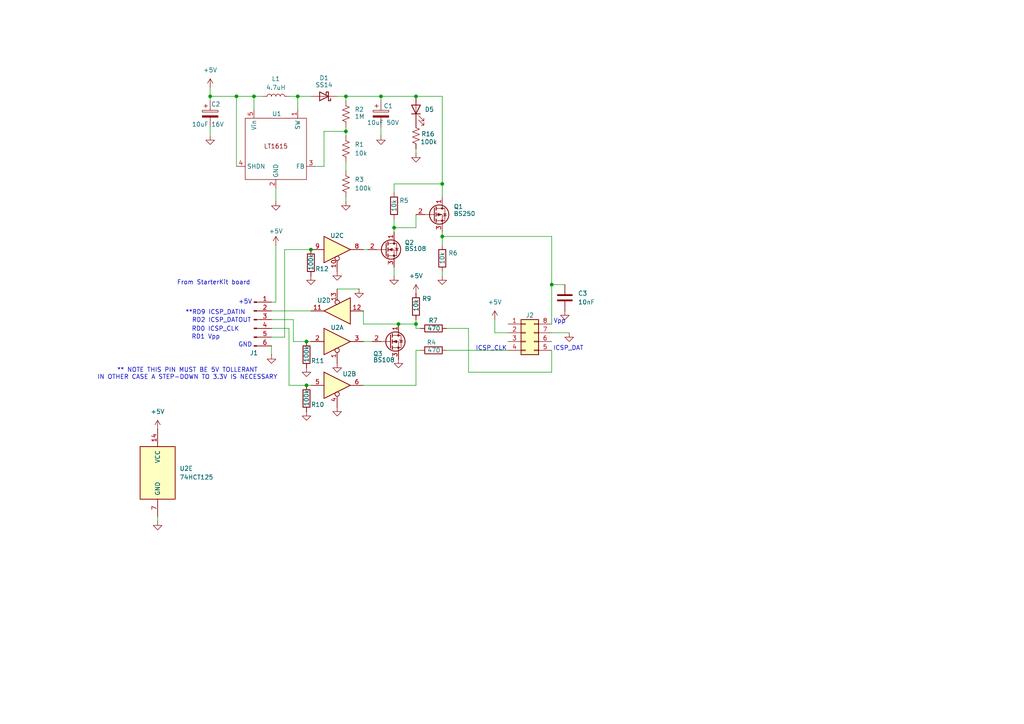
<source format=kicad_sch>
(kicad_sch (version 20231120) (generator "eeschema") (generator_version "8.0")
  (paper "A4")
  (lib_symbols
    (symbol "74xx:74AHCT125" (pin_names (offset 1.016))
      (property "Reference" "U" (at 0 1.27 0))
      (property "Value" "74AHCT125" (at 0 -1.27 0))
      (symbol "74AHCT125_1_0"
        (polyline (pts (xy -3.81 3.81) (xy -3.81 -3.81) (xy 3.81 0) (xy -3.81 3.81)) (stroke (width 0.254)) (fill (type background)))
        (pin input inverted (at 0 -6.35 90) (length 4.445) (name "~") (number "1"))
        (pin input line (at -7.62 0 0) (length 3.81) (name "~") (number "2"))
        (pin tri_state line (at 7.62 0 180) (length 3.81) (name "~") (number "3"))
      )
      (symbol "74AHCT125_2_0"
        (polyline (pts (xy -3.81 3.81) (xy -3.81 -3.81) (xy 3.81 0) (xy -3.81 3.81)) (stroke (width 0.254)) (fill (type background)))
        (pin input inverted (at 0 -6.35 90) (length 4.445) (name "~") (number "4"))
        (pin input line (at -7.62 0 0) (length 3.81) (name "~") (number "5"))
        (pin tri_state line (at 7.62 0 180) (length 3.81) (name "~") (number "6"))
      )
      (symbol "74AHCT125_3_0"
        (polyline (pts (xy -3.81 3.81) (xy -3.81 -3.81) (xy 3.81 0) (xy -3.81 3.81)) (stroke (width 0.254)) (fill (type background)))
        (pin input inverted (at 0 -6.35 90) (length 4.445) (name "~") (number "10"))
        (pin tri_state line (at 7.62 0 180) (length 3.81) (name "~") (number "8"))
        (pin input line (at -7.62 0 0) (length 3.81) (name "~") (number "9"))
      )
      (symbol "74AHCT125_4_0"
        (polyline (pts (xy -3.81 3.81) (xy -3.81 -3.81) (xy 3.81 0) (xy -3.81 3.81)) (stroke (width 0.254)) (fill (type background)))
        (pin tri_state line (at 7.62 0 180) (length 3.81) (name "~") (number "11"))
        (pin input line (at -7.62 0 0) (length 3.81) (name "~") (number "12"))
        (pin input inverted (at 0 -6.35 90) (length 4.445) (name "~") (number "13"))
      )
      (symbol "74AHCT125_5_0"
        (pin power_in line (at 0 12.7 270) (length 5.08) (name "VCC") (number "14"))
        (pin power_in line (at 0 -12.7 90) (length 5.08) (name "GND") (number "7"))
      )
      (symbol "74AHCT125_5_1"
        (rectangle (start -5.08 7.62) (end 5.08 -7.62) (stroke (width 0.254)) (fill (type background)))
      )
    )
    (symbol "Connector:Conn_01x06_Pin" (pin_names (offset 1.016) hide)
      (property "Reference" "J" (at 0 7.62 0))
      (property "Value" "Conn_01x06_Pin" (at 0 -10.16 0))
      (symbol "Conn_01x06_Pin_1_1"
        (polyline (pts (xy 1.27 -7.62) (xy 0.8636 -7.62)) (stroke (width 0.1524)))
        (polyline (pts (xy 1.27 -5.08) (xy 0.8636 -5.08)) (stroke (width 0.1524)))
        (polyline (pts (xy 1.27 -2.54) (xy 0.8636 -2.54)) (stroke (width 0.1524)))
        (polyline (pts (xy 1.27 0) (xy 0.8636 0)) (stroke (width 0.1524)))
        (polyline (pts (xy 1.27 2.54) (xy 0.8636 2.54)) (stroke (width 0.1524)))
        (polyline (pts (xy 1.27 5.08) (xy 0.8636 5.08)) (stroke (width 0.1524)))
        (rectangle (start 0.8636 -7.493) (end 0 -7.747) (stroke (width 0.1524)) (fill (type outline)))
        (rectangle (start 0.8636 -4.953) (end 0 -5.207) (stroke (width 0.1524)) (fill (type outline)))
        (rectangle (start 0.8636 -2.413) (end 0 -2.667) (stroke (width 0.1524)) (fill (type outline)))
        (rectangle (start 0.8636 0.127) (end 0 -0.127) (stroke (width 0.1524)) (fill (type outline)))
        (rectangle (start 0.8636 2.667) (end 0 2.413) (stroke (width 0.1524)) (fill (type outline)))
        (rectangle (start 0.8636 5.207) (end 0 4.953) (stroke (width 0.1524)) (fill (type outline)))
        (pin passive line (at 5.08 5.08 180) (length 3.81) (name "Pin_1") (number "1"))
        (pin passive line (at 5.08 2.54 180) (length 3.81) (name "Pin_2") (number "2"))
        (pin passive line (at 5.08 0 180) (length 3.81) (name "Pin_3") (number "3"))
        (pin passive line (at 5.08 -2.54 180) (length 3.81) (name "Pin_4") (number "4"))
        (pin passive line (at 5.08 -5.08 180) (length 3.81) (name "Pin_5") (number "5"))
        (pin passive line (at 5.08 -7.62 180) (length 3.81) (name "Pin_6") (number "6"))
      )
    )
    (symbol "Connector_Generic:Conn_02x04_Counter_Clockwise" (pin_names (offset 1.016) hide)
      (property "Reference" "J" (at 1.27 5.08 0))
      (property "Value" "Conn_02x04_Counter_Clockwise" (at 1.27 -7.62 0))
      (symbol "Conn_02x04_Counter_Clockwise_1_1"
        (rectangle (start -1.27 -4.953) (end 0 -5.207) (stroke (width 0.1524)))
        (rectangle (start -1.27 -2.413) (end 0 -2.667) (stroke (width 0.1524)))
        (rectangle (start -1.27 0.127) (end 0 -0.127) (stroke (width 0.1524)))
        (rectangle (start -1.27 2.667) (end 0 2.413) (stroke (width 0.1524)))
        (rectangle (start -1.27 3.81) (end 3.81 -6.35) (stroke (width 0.254)) (fill (type background)))
        (rectangle (start 3.81 -4.953) (end 2.54 -5.207) (stroke (width 0.1524)))
        (rectangle (start 3.81 -2.413) (end 2.54 -2.667) (stroke (width 0.1524)))
        (rectangle (start 3.81 0.127) (end 2.54 -0.127) (stroke (width 0.1524)))
        (rectangle (start 3.81 2.667) (end 2.54 2.413) (stroke (width 0.1524)))
        (pin passive line (at -5.08 2.54 0) (length 3.81) (name "Pin_1") (number "1"))
        (pin passive line (at -5.08 0 0) (length 3.81) (name "Pin_2") (number "2"))
        (pin passive line (at -5.08 -2.54 0) (length 3.81) (name "Pin_3") (number "3"))
        (pin passive line (at -5.08 -5.08 0) (length 3.81) (name "Pin_4") (number "4"))
        (pin passive line (at 7.62 -5.08 180) (length 3.81) (name "Pin_5") (number "5"))
        (pin passive line (at 7.62 -2.54 180) (length 3.81) (name "Pin_6") (number "6"))
        (pin passive line (at 7.62 0 180) (length 3.81) (name "Pin_7") (number "7"))
        (pin passive line (at 7.62 2.54 180) (length 3.81) (name "Pin_8") (number "8"))
      )
    )
    (symbol "Device:C" (pin_numbers hide) (pin_names (offset 0.254))
      (property "Reference" "C" (at 0.635 2.54 0))
      (property "Value" "C" (at 0.635 -2.54 0))
      (symbol "C_0_1"
        (polyline (pts (xy -2.032 -0.762) (xy 2.032 -0.762)) (stroke (width 0.508)))
        (polyline (pts (xy -2.032 0.762) (xy 2.032 0.762)) (stroke (width 0.508)))
      )
      (symbol "C_1_1"
        (pin passive line (at 0 3.81 270) (length 2.794) (name "~") (number "1"))
        (pin passive line (at 0 -3.81 90) (length 2.794) (name "~") (number "2"))
      )
    )
    (symbol "Device:C_Polarized" (pin_numbers hide) (pin_names (offset 0.254))
      (property "Reference" "C" (at 0.635 2.54 0))
      (property "Value" "C_Polarized" (at 0.635 -2.54 0))
      (symbol "C_Polarized_0_1"
        (rectangle (start -2.286 0.508) (end 2.286 1.016))
        (polyline (pts (xy -1.778 2.286) (xy -0.762 2.286)))
        (polyline (pts (xy -1.27 2.794) (xy -1.27 1.778)))
        (rectangle (start 2.286 -0.508) (end -2.286 -1.016) (fill (type outline)))
      )
      (symbol "C_Polarized_1_1"
        (pin passive line (at 0 3.81 270) (length 2.794) (name "~") (number "1"))
        (pin passive line (at 0 -3.81 90) (length 2.794) (name "~") (number "2"))
      )
    )
    (symbol "Device:L" (pin_numbers hide) (pin_names (offset 1.016) hide)
      (property "Reference" "L" (at -1.27 0 90))
      (property "Value" "L" (at 1.905 0 90))
      (symbol "L_0_1"
        (arc (start 0 -2.54) (mid 0.6323 -1.905) (end 0 -1.27))
        (arc (start 0 -1.27) (mid 0.6323 -0.635) (end 0 0))
        (arc (start 0 0) (mid 0.6323 0.635) (end 0 1.27))
        (arc (start 0 1.27) (mid 0.6323 1.905) (end 0 2.54))
      )
      (symbol "L_1_1"
        (pin passive line (at 0 3.81 270) (length 1.27) (name "1") (number "1"))
        (pin passive line (at 0 -3.81 90) (length 1.27) (name "2") (number "2"))
      )
    )
    (symbol "Device:LED" (pin_numbers hide) (pin_names (offset 1.016) hide)
      (property "Reference" "D" (at 0 2.54 0))
      (property "Value" "LED" (at 0 -2.54 0))
      (symbol "LED_0_1"
        (polyline (pts (xy -1.27 -1.27) (xy -1.27 1.27)) (stroke (width 0.254)))
        (polyline (pts (xy -1.27 0) (xy 1.27 0)))
        (polyline (pts (xy 1.27 -1.27) (xy 1.27 1.27) (xy -1.27 0) (xy 1.27 -1.27)) (stroke (width 0.254)))
        (polyline (pts (xy -3.048 -0.762) (xy -4.572 -2.286) (xy -3.81 -2.286) (xy -4.572 -2.286) (xy -4.572 -1.524)))
        (polyline (pts (xy -1.778 -0.762) (xy -3.302 -2.286) (xy -2.54 -2.286) (xy -3.302 -2.286) (xy -3.302 -1.524)))
      )
      (symbol "LED_1_1"
        (pin passive line (at -3.81 0 0) (length 2.54) (name "K") (number "1"))
        (pin passive line (at 3.81 0 180) (length 2.54) (name "A") (number "2"))
      )
    )
    (symbol "Device:R" (pin_numbers hide) (pin_names (offset 0))
      (property "Reference" "R" (at 2.032 0 90))
      (property "Value" "R" (at 0 0 90))
      (symbol "R_0_1"
        (rectangle (start -1.016 -2.54) (end 1.016 2.54) (stroke (width 0.254)))
      )
      (symbol "R_1_1"
        (pin passive line (at 0 3.81 270) (length 1.27) (name "~") (number "1"))
        (pin passive line (at 0 -3.81 90) (length 1.27) (name "~") (number "2"))
      )
    )
    (symbol "Device:R_US" (pin_numbers hide) (pin_names (offset 0))
      (property "Reference" "R" (at 2.54 0 90))
      (property "Value" "R_US" (at -2.54 0 90))
      (symbol "R_US_0_1"
        (polyline (pts (xy 0 -2.286) (xy 0 -2.54)))
        (polyline (pts (xy 0 2.286) (xy 0 2.54)))
        (polyline (pts (xy 0 -0.762) (xy 1.016 -1.143) (xy 0 -1.524) (xy -1.016 -1.905) (xy 0 -2.286)))
        (polyline (pts (xy 0 0.762) (xy 1.016 0.381) (xy 0 0) (xy -1.016 -0.381) (xy 0 -0.762)))
        (polyline (pts (xy 0 2.286) (xy 1.016 1.905) (xy 0 1.524) (xy -1.016 1.143) (xy 0 0.762)))
      )
      (symbol "R_US_1_1"
        (pin passive line (at 0 3.81 270) (length 1.27) (name "~") (number "1"))
        (pin passive line (at 0 -3.81 90) (length 1.27) (name "~") (number "2"))
      )
    )
    (symbol "Diode:MBR0520" (pin_numbers hide) (pin_names (offset 1.016) hide)
      (property "Reference" "D" (at 0 2.54 0))
      (property "Value" "MBR0520" (at 0 -2.54 0))
      (symbol "MBR0520_0_1"
        (polyline (pts (xy 1.27 0) (xy -1.27 0)))
        (polyline (pts (xy 1.27 1.27) (xy 1.27 -1.27) (xy -1.27 0) (xy 1.27 1.27)) (stroke (width 0.254)))
        (polyline (pts (xy -1.905 0.635) (xy -1.905 1.27) (xy -1.27 1.27) (xy -1.27 -1.27) (xy -0.635 -1.27) (xy -0.635 -0.635)) (stroke (width 0.254)))
      )
      (symbol "MBR0520_1_1"
        (pin passive line (at -3.81 0 0) (length 2.54) (name "K") (number "1"))
        (pin passive line (at 3.81 0 180) (length 2.54) (name "A") (number "2"))
      )
    )
    (symbol "Lib:LM1615ES5"
      (property "Reference" "U" (at 9.906 6.604 0))
      (symbol "LM1615ES5_0_1"
        (rectangle (start -8.89 8.89) (end 8.89 -8.89))
      )
      (symbol "LM1615ES5_1_1"
        (text "LT1615" (at 0 0.762 0) (effects (font (size 1.27 1.27))))
        (pin power_out line (at 6.35 11.43 270) (length 2.54) (name "SW") (number "1"))
        (pin power_in line (at 0 -11.43 90) (length 2.54) (name "GND") (number "2"))
        (pin input line (at 11.43 -5.08 180) (length 2.54) (name "FB") (number "3"))
        (pin input line (at -11.43 -5.08 0) (length 2.54) (name "SHDN") (number "4"))
        (pin power_in line (at -6.35 11.43 270) (length 2.54) (name "Vin") (number "5"))
      )
    )
    (symbol "Transistor_FET:BS108" (pin_names hide)
      (property "Reference" "Q" (at 5.08 1.905 0))
      (property "Value" "BS108" (at 5.08 0 0))
      (symbol "BS108_0_1"
        (polyline (pts (xy 0.254 0) (xy -2.54 0)))
        (polyline (pts (xy 0.254 1.905) (xy 0.254 -1.905)) (stroke (width 0.254)))
        (polyline (pts (xy 0.762 -1.27) (xy 0.762 -2.286)) (stroke (width 0.254)))
        (polyline (pts (xy 0.762 0.508) (xy 0.762 -0.508)) (stroke (width 0.254)))
        (polyline (pts (xy 0.762 2.286) (xy 0.762 1.27)) (stroke (width 0.254)))
        (polyline (pts (xy 2.54 2.54) (xy 2.54 1.778)))
        (polyline (pts (xy 2.54 -2.54) (xy 2.54 0) (xy 0.762 0)))
        (polyline (pts (xy 0.762 -1.778) (xy 3.302 -1.778) (xy 3.302 1.778) (xy 0.762 1.778)))
        (polyline (pts (xy 1.016 0) (xy 2.032 0.381) (xy 2.032 -0.381) (xy 1.016 0)) (fill (type outline)))
        (polyline (pts (xy 2.794 0.508) (xy 2.921 0.381) (xy 3.683 0.381) (xy 3.81 0.254)))
        (polyline (pts (xy 3.302 0.381) (xy 2.921 -0.254) (xy 3.683 -0.254) (xy 3.302 0.381)))
        (circle (center 1.651 0) (radius 2.794) (stroke (width 0.254)))
        (circle (center 2.54 -1.778) (radius 0.254) (fill (type outline)))
        (circle (center 2.54 1.778) (radius 0.254) (fill (type outline)))
      )
      (symbol "BS108_1_1"
        (pin passive line (at 2.54 5.08 270) (length 2.54) (name "D") (number "1"))
        (pin input line (at -5.08 0 0) (length 2.54) (name "G") (number "2"))
        (pin passive line (at 2.54 -5.08 90) (length 2.54) (name "S") (number "3"))
      )
    )
    (symbol "Transistor_FET:BS250" (pin_names hide)
      (property "Reference" "Q" (at 5.08 1.905 0))
      (property "Value" "BS250" (at 5.08 0 0))
      (symbol "BS250_0_1"
        (polyline (pts (xy 0.254 0) (xy -2.54 0)))
        (polyline (pts (xy 0.254 1.905) (xy 0.254 -1.905)) (stroke (width 0.254)))
        (polyline (pts (xy 0.762 -1.27) (xy 0.762 -2.286)) (stroke (width 0.254)))
        (polyline (pts (xy 0.762 0.508) (xy 0.762 -0.508)) (stroke (width 0.254)))
        (polyline (pts (xy 0.762 2.286) (xy 0.762 1.27)) (stroke (width 0.254)))
        (polyline (pts (xy 2.54 2.54) (xy 2.54 1.778)))
        (polyline (pts (xy 2.54 -2.54) (xy 2.54 0) (xy 0.762 0)))
        (polyline (pts (xy 0.762 1.778) (xy 3.302 1.778) (xy 3.302 -1.778) (xy 0.762 -1.778)))
        (polyline (pts (xy 2.286 0) (xy 1.27 0.381) (xy 1.27 -0.381) (xy 2.286 0)) (fill (type outline)))
        (polyline (pts (xy 2.794 -0.508) (xy 2.921 -0.381) (xy 3.683 -0.381) (xy 3.81 -0.254)))
        (polyline (pts (xy 3.302 -0.381) (xy 2.921 0.254) (xy 3.683 0.254) (xy 3.302 -0.381)))
        (circle (center 1.651 0) (radius 2.794) (stroke (width 0.254)))
        (circle (center 2.54 -1.778) (radius 0.254) (fill (type outline)))
        (circle (center 2.54 1.778) (radius 0.254) (fill (type outline)))
      )
      (symbol "BS250_1_1"
        (pin passive line (at 2.54 5.08 270) (length 2.54) (name "D") (number "1"))
        (pin input line (at -5.08 0 0) (length 2.54) (name "G") (number "2"))
        (pin passive line (at 2.54 -5.08 90) (length 2.54) (name "S") (number "3"))
      )
    )
    (symbol "power:+5V" (power) (pin_numbers hide) (pin_names (offset 0) hide)
      (property "Value" "+5V" (at 0 3.556 0))
      (symbol "+5V_0_1"
        (polyline (pts (xy -0.762 1.27) (xy 0 2.54)))
        (polyline (pts (xy 0 0) (xy 0 2.54)))
        (polyline (pts (xy 0 2.54) (xy 0.762 1.27)))
      )
      (symbol "+5V_1_1"
        (pin power_in line (at 0 0 90) (length 0) (name "~") (number "1"))
      )
    )
    (symbol "power:GND" (power) (pin_numbers hide) (pin_names (offset 0) hide)
      (property "Value" "GND" (at 0 -3.81 0))
      (symbol "GND_0_1"
        (polyline (pts (xy 0 0) (xy 0 -1.27) (xy 1.27 -1.27) (xy 0 -2.54) (xy -1.27 -1.27) (xy 0 -1.27)))
      )
      (symbol "GND_1_1"
        (pin power_in line (at 0 0 270) (length 0) (name "~") (number "1"))
      )
    )
  )
  (junction (at 60.96 27.94))
  (junction (at 114.3 66.04))
  (junction (at 128.27 53.34))
  (junction (at 120.65 93.98))
  (junction (at 100.33 38.1))
  (junction (at 88.9 111.76))
  (junction (at 88.9 99.06))
  (junction (at 73.66 27.94))
  (junction (at 68.58 27.94))
  (junction (at 128.27 68.58))
  (junction (at 120.65 27.94))
  (junction (at 100.33 27.94))
  (junction (at 160.02 82.55))
  (junction (at 110.49 27.94))
  (junction (at 86.36 27.94))
  (junction (at 90.17 72.39))
  (junction (at 115.57 93.98))
  (wire (pts (xy 163.83 82.55) (xy 160.02 82.55)))
  (wire (pts (xy 100.33 57.15) (xy 100.33 58.42)))
  (wire (pts (xy 114.3 53.34) (xy 128.27 53.34)))
  (wire (pts (xy 160.02 107.95) (xy 160.02 101.6)))
  (wire (pts (xy 120.65 95.25) (xy 120.65 93.98)))
  (wire (pts (xy 80.01 54.61) (xy 80.01 58.42)))
  (wire (pts (xy 129.54 101.6) (xy 147.32 101.6)))
  (wire (pts (xy 93.98 38.1) (xy 93.98 48.26)))
  (wire (pts (xy 100.33 27.94) (xy 110.49 27.94)))
  (wire (pts (xy 97.79 27.94) (xy 100.33 27.94)))
  (wire (pts (xy 120.65 111.76) (xy 120.65 101.6)))
  (wire (pts (xy 105.41 72.39) (xy 106.68 72.39)))
  (wire (pts (xy 135.89 95.25) (xy 135.89 107.95)))
  (wire (pts (xy 83.82 111.76) (xy 88.9 111.76)))
  (wire (pts (xy 128.27 27.94) (xy 128.27 53.34)))
  (wire (pts (xy 105.41 90.17) (xy 105.41 93.98)))
  (wire (pts (xy 135.89 107.95) (xy 160.02 107.95)))
  (wire (pts (xy 120.65 101.6) (xy 121.92 101.6)))
  (wire (pts (xy 114.3 55.88) (xy 114.3 53.34)))
  (wire (pts (xy 82.55 97.79) (xy 82.55 72.39)))
  (wire (pts (xy 128.27 53.34) (xy 128.27 57.15)))
  (wire (pts (xy 120.65 43.18) (xy 120.65 44.45)))
  (wire (pts (xy 83.82 95.25) (xy 83.82 111.76)))
  (wire (pts (xy 128.27 68.58) (xy 160.02 68.58)))
  (wire (pts (xy 88.9 99.06) (xy 90.17 99.06)))
  (wire (pts (xy 78.74 87.63) (xy 80.01 87.63)))
  (wire (pts (xy 86.36 31.75) (xy 86.36 27.94)))
  (wire (pts (xy 93.98 38.1) (xy 100.33 38.1)))
  (wire (pts (xy 60.96 25.4) (xy 60.96 27.94)))
  (wire (pts (xy 120.65 66.04) (xy 114.3 66.04)))
  (wire (pts (xy 73.66 31.75) (xy 73.66 27.94)))
  (wire (pts (xy 165.1 96.52) (xy 160.02 96.52)))
  (wire (pts (xy 114.3 77.47) (xy 114.3 80.01)))
  (wire (pts (xy 105.41 111.76) (xy 120.65 111.76)))
  (wire (pts (xy 100.33 38.1) (xy 100.33 39.37)))
  (wire (pts (xy 93.98 48.26) (xy 91.44 48.26)))
  (wire (pts (xy 100.33 46.99) (xy 100.33 49.53)))
  (wire (pts (xy 100.33 29.21) (xy 100.33 27.94)))
  (wire (pts (xy 105.41 99.06) (xy 107.95 99.06)))
  (wire (pts (xy 68.58 27.94) (xy 73.66 27.94)))
  (wire (pts (xy 160.02 82.55) (xy 160.02 93.98)))
  (wire (pts (xy 110.49 29.21) (xy 110.49 27.94)))
  (wire (pts (xy 88.9 111.76) (xy 90.17 111.76)))
  (wire (pts (xy 60.96 29.21) (xy 60.96 27.94)))
  (wire (pts (xy 143.51 92.71) (xy 143.51 96.52)))
  (wire (pts (xy 68.58 27.94) (xy 68.58 48.26)))
  (wire (pts (xy 78.74 97.79) (xy 82.55 97.79)))
  (wire (pts (xy 128.27 78.74) (xy 128.27 80.01)))
  (wire (pts (xy 120.65 62.23) (xy 120.65 66.04)))
  (wire (pts (xy 114.3 66.04) (xy 114.3 67.31)))
  (wire (pts (xy 114.3 63.5) (xy 114.3 66.04)))
  (wire (pts (xy 86.36 27.94) (xy 83.82 27.94)))
  (wire (pts (xy 90.17 27.94) (xy 86.36 27.94)))
  (wire (pts (xy 78.74 92.71) (xy 85.09 92.71)))
  (wire (pts (xy 60.96 27.94) (xy 68.58 27.94)))
  (wire (pts (xy 78.74 100.33) (xy 78.74 102.87)))
  (wire (pts (xy 105.41 93.98) (xy 115.57 93.98)))
  (wire (pts (xy 120.65 95.25) (xy 121.92 95.25)))
  (wire (pts (xy 128.27 68.58) (xy 128.27 71.12)))
  (wire (pts (xy 97.79 83.82) (xy 104.14 83.82)))
  (wire (pts (xy 73.66 27.94) (xy 76.2 27.94)))
  (wire (pts (xy 45.72 149.86) (xy 45.72 151.13)))
  (wire (pts (xy 100.33 38.1) (xy 100.33 36.83)))
  (wire (pts (xy 120.65 93.98) (xy 115.57 93.98)))
  (wire (pts (xy 160.02 68.58) (xy 160.02 82.55)))
  (wire (pts (xy 129.54 95.25) (xy 135.89 95.25)))
  (wire (pts (xy 110.49 39.37) (xy 110.49 36.83)))
  (wire (pts (xy 60.96 39.37) (xy 60.96 36.83)))
  (wire (pts (xy 78.74 95.25) (xy 83.82 95.25)))
  (wire (pts (xy 78.74 90.17) (xy 90.17 90.17)))
  (wire (pts (xy 82.55 72.39) (xy 90.17 72.39)))
  (wire (pts (xy 120.65 27.94) (xy 128.27 27.94)))
  (wire (pts (xy 80.01 87.63) (xy 80.01 71.12)))
  (wire (pts (xy 85.09 99.06) (xy 88.9 99.06)))
  (wire (pts (xy 128.27 67.31) (xy 128.27 68.58)))
  (wire (pts (xy 143.51 96.52) (xy 147.32 96.52)))
  (wire (pts (xy 85.09 92.71) (xy 85.09 99.06)))
  (wire (pts (xy 120.65 92.71) (xy 120.65 93.98)))
  (wire (pts (xy 110.49 27.94) (xy 120.65 27.94)))
  (text "RD2 ICSP_DATOUT" (at 64.262 92.964 0) (effects (font (size 1.27 1.27))))
  (text "+5V" (at 71.12 87.63 0) (effects (font (size 1.27 1.27))))
  (text "RD0 ICSP_CLK" (at 62.484 95.504 0) (effects (font (size 1.27 1.27))))
  (text "RD1 Vpp" (at 59.69 97.79 0) (effects (font (size 1.27 1.27))))
  (text "From StarterKit board" (at 61.976 82.042 0) (effects (font (size 1.27 1.27))))
  (text "ICSP_CLK" (at 142.494 101.092 0) (effects (font (size 1.27 1.27))))
  (text "**RD9 ICSP_DATIN" (at 62.484 90.678 0) (effects (font (size 1.27 1.27))))
  (text "** NOTE THIS PIN MUST BE 5V TOLLERANT\nIN OTHER CASE A STEP-DOWN TO 3.3V IS NECESSARY\n" (at 54.356 108.458 0) (effects (font (size 1.27 1.27))))
  (text "ICSP_DAT" (at 164.846 101.092 0) (effects (font (size 1.27 1.27))))
  (text "Vpp" (at 162.306 93.218 0) (effects (font (size 1.27 1.27))))
  (text "GND" (at 71.12 100.076 0) (effects (font (size 1.27 1.27))))
  (symbol (lib_id "Device:C") (at 163.83 86.36 0) (unit 1)
    (property "Reference" "C3" (at 167.64 85.0899 0) (effects (justify left)))
    (property "Value" "10nF" (at 167.64 87.6299 0) (effects (justify left)))
    (property "Footprint" "Capacitor_SMD:C_0805_2012Metric_Pad1.18x1.45mm_HandSolder" (effects (hide yes)))
    (property "Description" "Unpolarized capacitor" (effects (hide yes)))
  )
  (symbol (lib_id "Device:R") (at 88.9 102.87 0) (unit 1)
    (property "Reference" "R11" (at 90.17 104.648 0) (effects (justify left)))
    (property "Value" "100k" (at 88.9 105.156 90) (effects (justify left)))
    (property "Footprint" "Resistor_SMD:R_0805_2012Metric_Pad1.20x1.40mm_HandSolder" (effects (hide yes)))
    (property "Description" "Resistor" (effects (hide yes)))
  )
  (symbol (lib_id "Device:R") (at 114.3 59.69 0) (unit 1)
    (property "Reference" "R5" (at 115.824 58.166 0) (effects (justify left)))
    (property "Value" "10k" (at 114.3 61.468 90) (effects (justify left)))
    (property "Footprint" "Resistor_SMD:R_0805_2012Metric_Pad1.20x1.40mm_HandSolder" (effects (hide yes)))
    (property "Description" "Resistor" (effects (hide yes)))
  )
  (symbol (lib_id "power:+5V") (at 143.51 92.71 0) (mirror y) (unit 1)
    (property "Reference" "#PWR020" (effects (hide yes)))
    (property "Value" "+5V" (at 143.51 87.63 0))
    (property "Description" "Power symbol creates a global label with name \"+5V\"" (effects (hide yes)))
  )
  (symbol (lib_id "power:GND") (at 104.14 83.82 0) (unit 1)
    (property "Reference" "#PWR023" (effects (hide yes)))
    (property "Value" "GND" (effects (hide yes)))
    (property "Description" "Power symbol creates a global label with name \"GND\" , ground" (effects (hide yes)))
  )
  (symbol (lib_id "Device:R") (at 120.65 88.9 0) (unit 1)
    (property "Reference" "R9" (at 122.428 86.614 0) (effects (justify left)))
    (property "Value" "10k" (at 120.65 90.424 90) (effects (justify left)))
    (property "Footprint" "Resistor_SMD:R_0805_2012Metric_Pad1.20x1.40mm_HandSolder" (effects (hide yes)))
    (property "Description" "Resistor" (effects (hide yes)))
  )
  (symbol (lib_id "Device:L") (at 80.01 27.94 90) (unit 1)
    (property "Reference" "L1" (at 80.01 22.86 90))
    (property "Value" "4.7uH" (at 80.01 25.4 90))
    (property "Footprint" "Inductor_SMD:L_Bourns-SRU8028_8.0x8.0mm" (effects (hide yes)))
    (property "Description" "Inductor" (effects (hide yes)))
  )
  (symbol (lib_id "74xx:74AHCT125") (at 97.79 90.17 180) (unit 4)
    (property "Reference" "U2" (at 93.98 87.122 0))
    (property "Value" "74HCT125" (effects (hide yes)))
    (property "Footprint" "Package_SO:SOIC-14_3.9x8.7mm_P1.27mm" (effects (hide yes)))
    (property "Datasheet" "https://www.ti.com/lit/ds/symlink/sn74ahct125.pdf" (effects (hide yes)))
    (property "Description" "Quadruple Bus Buffer Gates With 3-State Outputs" (effects (hide yes)))
  )
  (symbol (lib_id "Device:C_Polarized") (at 60.96 33.02 0) (unit 1)
    (property "Reference" "C2" (at 61.214 30.226 0) (effects (justify left)))
    (property "Value" "10uF 16V" (at 55.626 36.068 0) (effects (justify left)))
    (property "Footprint" "Capacitor_SMD:CP_Elec_5x5.4" (effects (hide yes)))
    (property "Description" "Polarized capacitor" (effects (hide yes)))
  )
  (symbol (lib_id "power:GND") (at 100.33 58.42 0) (unit 1)
    (property "Reference" "#PWR09" (effects (hide yes)))
    (property "Value" "GND" (effects (hide yes)))
    (property "Description" "Power symbol creates a global label with name \"GND\" , ground" (effects (hide yes)))
  )
  (symbol (lib_id "Device:R_US") (at 100.33 43.18 0) (unit 1)
    (property "Reference" "R1" (at 102.87 41.9099 0) (effects (justify left)))
    (property "Value" "10k" (at 102.87 44.4499 0) (effects (justify left)))
    (property "Footprint" "Resistor_SMD:R_0805_2012Metric_Pad1.20x1.40mm_HandSolder" (effects (hide yes)))
    (property "Description" "Resistor, US symbol" (effects (hide yes)))
  )
  (symbol (lib_id "power:+5V") (at 80.01 71.12 0) (mirror y) (unit 1)
    (property "Reference" "#PWR07" (effects (hide yes)))
    (property "Value" "+5V" (at 80.01 67.056 0))
    (property "Description" "Power symbol creates a global label with name \"+5V\"" (effects (hide yes)))
  )
  (symbol (lib_id "power:GND") (at 110.49 39.37 0) (unit 1)
    (property "Reference" "#PWR012" (effects (hide yes)))
    (property "Value" "GND" (effects (hide yes)))
    (property "Description" "Power symbol creates a global label with name \"GND\" , ground" (effects (hide yes)))
  )
  (symbol (lib_id "power:GND") (at 88.9 106.68 0) (unit 1)
    (property "Reference" "#PWR015" (effects (hide yes)))
    (property "Value" "GND" (effects (hide yes)))
    (property "Description" "Power symbol creates a global label with name \"GND\" , ground" (effects (hide yes)))
  )
  (symbol (lib_id "power:GND") (at 114.3 80.01 0) (unit 1)
    (property "Reference" "#PWR04" (effects (hide yes)))
    (property "Value" "GND" (effects (hide yes)))
    (property "Description" "Power symbol creates a global label with name \"GND\" , ground" (effects (hide yes)))
  )
  (symbol (lib_id "74xx:74AHCT125") (at 45.72 137.16 0) (unit 5)
    (property "Reference" "U2" (at 52.07 135.8899 0) (effects (justify left)))
    (property "Value" "74HCT125" (at 52.07 138.4299 0) (effects (justify left)))
    (property "Footprint" "Package_SO:SOIC-14_3.9x8.7mm_P1.27mm" (effects (hide yes)))
    (property "Datasheet" "https://www.ti.com/lit/ds/symlink/sn74ahct125.pdf" (effects (hide yes)))
    (property "Description" "Quadruple Bus Buffer Gates With 3-State Outputs" (effects (hide yes)))
  )
  (symbol (lib_id "power:GND") (at 88.9 119.38 0) (unit 1)
    (property "Reference" "#PWR014" (effects (hide yes)))
    (property "Value" "GND" (effects (hide yes)))
    (property "Description" "Power symbol creates a global label with name \"GND\" , ground" (effects (hide yes)))
  )
  (symbol (lib_id "power:GND") (at 120.65 44.45 0) (unit 1)
    (property "Reference" "#PWR021" (effects (hide yes)))
    (property "Value" "GND" (effects (hide yes)))
    (property "Description" "Power symbol creates a global label with name \"GND\" , ground" (effects (hide yes)))
  )
  (symbol (lib_id "74xx:74AHCT125") (at 97.79 72.39 0) (unit 3)
    (property "Reference" "U2" (at 97.79 68.326 0))
    (property "Value" "74HCT125" (effects (hide yes)))
    (property "Footprint" "Package_SO:SOIC-14_3.9x8.7mm_P1.27mm" (effects (hide yes)))
    (property "Datasheet" "https://www.ti.com/lit/ds/symlink/sn74ahct125.pdf" (effects (hide yes)))
    (property "Description" "Quadruple Bus Buffer Gates With 3-State Outputs" (effects (hide yes)))
  )
  (symbol (lib_id "power:+5V") (at 60.96 25.4 0) (mirror y) (unit 1)
    (property "Reference" "#PWR011" (effects (hide yes)))
    (property "Value" "+5V" (at 60.96 20.32 0))
    (property "Description" "Power symbol creates a global label with name \"+5V\"" (effects (hide yes)))
  )
  (symbol (lib_id "power:+5V") (at 120.65 85.09 0) (mirror y) (unit 1)
    (property "Reference" "#PWR022" (effects (hide yes)))
    (property "Value" "+5V" (at 120.65 80.01 0))
    (property "Description" "Power symbol creates a global label with name \"+5V\"" (effects (hide yes)))
  )
  (symbol (lib_id "power:GND") (at 97.79 105.41 0) (unit 1)
    (property "Reference" "#PWR019" (effects (hide yes)))
    (property "Value" "GND" (effects (hide yes)))
    (property "Description" "Power symbol creates a global label with name \"GND\" , ground" (effects (hide yes)))
  )
  (symbol (lib_id "power:GND") (at 97.79 118.11 0) (unit 1)
    (property "Reference" "#PWR013" (effects (hide yes)))
    (property "Value" "GND" (effects (hide yes)))
    (property "Description" "Power symbol creates a global label with name \"GND\" , ground" (effects (hide yes)))
  )
  (symbol (lib_id "power:GND") (at 90.17 80.01 0) (unit 1)
    (property "Reference" "#PWR016" (effects (hide yes)))
    (property "Value" "GND" (effects (hide yes)))
    (property "Description" "Power symbol creates a global label with name \"GND\" , ground" (effects (hide yes)))
  )
  (symbol (lib_id "power:GND") (at 165.1 96.52 0) (unit 1)
    (property "Reference" "#PWR02" (effects (hide yes)))
    (property "Value" "GND" (effects (hide yes)))
    (property "Description" "Power symbol creates a global label with name \"GND\" , ground" (effects (hide yes)))
  )
  (symbol (lib_id "74xx:74AHCT125") (at 97.79 111.76 0) (unit 2)
    (property "Reference" "U2" (at 101.346 108.458 0))
    (property "Value" "74HCT125" (effects (hide yes)))
    (property "Footprint" "Package_SO:SOIC-14_3.9x8.7mm_P1.27mm" (effects (hide yes)))
    (property "Datasheet" "https://www.ti.com/lit/ds/symlink/sn74ahct125.pdf" (effects (hide yes)))
    (property "Description" "Quadruple Bus Buffer Gates With 3-State Outputs" (effects (hide yes)))
  )
  (symbol (lib_id "power:GND") (at 80.01 58.42 0) (unit 1)
    (property "Reference" "#PWR08" (effects (hide yes)))
    (property "Value" "GND" (effects (hide yes)))
    (property "Description" "Power symbol creates a global label with name \"GND\" , ground" (effects (hide yes)))
  )
  (symbol (lib_id "Device:LED") (at 120.65 31.75 90) (unit 1)
    (property "Reference" "D5" (at 123.19 31.75 90) (effects (justify right)))
    (property "Value" "LED" (effects (hide yes)))
    (property "Footprint" "LED_SMD:LED_0603_1608Metric" (effects (hide yes)))
    (property "Description" "Light emitting diode" (effects (hide yes)))
    (property "Sim.Pins" "1=K 2=A" (effects (hide yes)))
  )
  (symbol (lib_id "Device:C_Polarized") (at 110.49 33.02 0) (unit 1)
    (property "Reference" "C1" (at 111.252 30.734 0) (effects (justify left)))
    (property "Value" "10uF 50V" (at 106.426 35.56 0) (effects (justify left)))
    (property "Footprint" "Capacitor_SMD:CP_Elec_6.3x7.7" (effects (hide yes)))
    (property "Description" "Polarized capacitor" (effects (hide yes)))
  )
  (symbol (lib_id "Lib:LM1615ES5") (at 80.01 43.18 0) (unit 1)
    (property "Reference" "U1" (at 80.264 33.02 0))
    (property "Value" "LT1615" (effects (hide yes)))
    (property "Footprint" "Package_TO_SOT_SMD:SOT-23-5" (effects (hide yes)))
    (property "Description" "DC-DC Converter" (effects (hide yes)))
  )
  (symbol (lib_id "Device:R") (at 128.27 74.93 0) (unit 1)
    (property "Reference" "R6" (at 130.048 73.406 0) (effects (justify left)))
    (property "Value" "10k" (at 128.27 76.708 90) (effects (justify left)))
    (property "Footprint" "Resistor_SMD:R_0805_2012Metric_Pad1.20x1.40mm_HandSolder" (effects (hide yes)))
    (property "Description" "Resistor" (effects (hide yes)))
  )
  (symbol (lib_id "power:GND") (at 128.27 80.01 0) (unit 1)
    (property "Reference" "#PWR01" (effects (hide yes)))
    (property "Value" "GND" (effects (hide yes)))
    (property "Description" "Power symbol creates a global label with name \"GND\" , ground" (effects (hide yes)))
  )
  (symbol (lib_id "Device:R_US") (at 100.33 53.34 0) (unit 1)
    (property "Reference" "R3" (at 102.87 52.0699 0) (effects (justify left)))
    (property "Value" "100k" (at 102.87 54.6099 0) (effects (justify left)))
    (property "Footprint" "Resistor_SMD:R_0805_2012Metric_Pad1.20x1.40mm_HandSolder" (effects (hide yes)))
    (property "Description" "Resistor, US symbol" (effects (hide yes)))
  )
  (symbol (lib_id "power:GND") (at 78.74 102.87 0) (unit 1)
    (property "Reference" "#PWR05" (effects (hide yes)))
    (property "Value" "GND" (effects (hide yes)))
    (property "Description" "Power symbol creates a global label with name \"GND\" , ground" (effects (hide yes)))
  )
  (symbol (lib_id "power:GND") (at 45.72 151.13 0) (unit 1)
    (property "Reference" "#PWR06" (effects (hide yes)))
    (property "Value" "GND" (effects (hide yes)))
    (property "Description" "Power symbol creates a global label with name \"GND\" , ground" (effects (hide yes)))
  )
  (symbol (lib_id "Device:R_US") (at 120.65 39.37 0) (unit 1)
    (property "Reference" "R16" (at 122.174 38.862 0) (effects (justify left)))
    (property "Value" "100k" (at 121.92 41.148 0) (effects (justify left)))
    (property "Footprint" "Resistor_SMD:R_0805_2012Metric_Pad1.20x1.40mm_HandSolder" (effects (hide yes)))
    (property "Description" "Resistor, US symbol" (effects (hide yes)))
  )
  (symbol (lib_id "power:+5V") (at 45.72 124.46 0) (mirror y) (unit 1)
    (property "Reference" "#PWR018" (effects (hide yes)))
    (property "Value" "+5V" (at 45.72 119.38 0))
    (property "Description" "Power symbol creates a global label with name \"+5V\"" (effects (hide yes)))
  )
  (symbol (lib_id "Transistor_FET:BS108") (at 113.03 99.06 0) (unit 1)
    (property "Reference" "Q3" (at 108.204 102.616 0) (effects (justify left)))
    (property "Value" "BS108" (at 108.204 104.394 0) (effects (justify left)))
    (property "Footprint" "Library:TO-92L_Inline_Wide SMD_faceup" (effects (hide yes)))
    (property "Datasheet" "http://www.redrok.com/MOSFET_BS108_200V_250mA_8O_Vth1.5_TO-92.PDF" (effects (hide yes)))
    (property "Description" "0.25A Id, 200V Vds, N-Channel MOSFET, TO-92" (effects (hide yes)))
  )
  (symbol (lib_id "Transistor_FET:BS108") (at 111.76 72.39 0) (unit 1)
    (property "Reference" "Q2" (at 117.348 70.358 0) (effects (justify left)))
    (property "Value" "BS108" (at 117.348 72.136 0) (effects (justify left)))
    (property "Footprint" "Library:TO-92L_Inline_Wide SMD_faceup" (effects (hide yes)))
    (property "Datasheet" "http://www.redrok.com/MOSFET_BS108_200V_250mA_8O_Vth1.5_TO-92.PDF" (effects (hide yes)))
    (property "Description" "0.25A Id, 200V Vds, N-Channel MOSFET, TO-92" (effects (hide yes)))
  )
  (symbol (lib_id "Device:R") (at 125.73 95.25 90) (unit 1)
    (property "Reference" "R7" (at 127 92.964 90) (effects (justify left)))
    (property "Value" "470" (at 127.762 95.25 90) (effects (justify left)))
    (property "Footprint" "Resistor_SMD:R_0805_2012Metric_Pad1.20x1.40mm_HandSolder" (effects (hide yes)))
    (property "Description" "Resistor" (effects (hide yes)))
  )
  (symbol (lib_id "Connector_Generic:Conn_02x04_Counter_Clockwise") (at 152.4 96.52 0) (unit 1)
    (property "Reference" "J2" (at 153.67 91.44 0))
    (property "Value" "Conn_02x04_Counter_Clockwise" (effects (hide yes)))
    (property "Footprint" "Library:Socket DIL-8 wide pins SMD" (effects (hide yes)))
    (property "Description" "Generic connector, double row, 02x04, counter clockwise pin numbering scheme (similar to DIP package numbering), script generated (kicad-library-utils/schlib/autogen/connector/)" (effects (hide yes)))
  )
  (symbol (lib_id "Device:R_US") (at 100.33 33.02 0) (unit 1)
    (property "Reference" "R2" (at 102.87 31.7499 0) (effects (justify left)))
    (property "Value" "1M" (at 102.87 33.782 0) (effects (justify left)))
    (property "Footprint" "Resistor_SMD:R_0805_2012Metric_Pad1.20x1.40mm_HandSolder" (effects (hide yes)))
    (property "Description" "Resistor, US symbol" (effects (hide yes)))
  )
  (symbol (lib_id "Transistor_FET:BS250") (at 125.73 62.23 0) (unit 1)
    (property "Reference" "Q1" (at 131.572 59.944 0) (effects (justify left)))
    (property "Value" "BS250" (at 131.572 61.976 0) (effects (justify left)))
    (property "Footprint" "Library:TO-92L_Inline_Wide SMD_facedown" (effects (hide yes)))
    (property "Datasheet" "http://www.vishay.com/docs/70209/70209.pdf" (effects (hide yes)))
    (property "Description" "-0.18A Id, -45V Vds, P-Channel MOSFET, TO-92" (effects (hide yes)))
  )
  (symbol (lib_id "power:GND") (at 163.83 90.17 0) (unit 1)
    (property "Reference" "#PWR024" (effects (hide yes)))
    (property "Value" "GND" (effects (hide yes)))
    (property "Description" "Power symbol creates a global label with name \"GND\" , ground" (effects (hide yes)))
  )
  (symbol (lib_id "Diode:MBR0520") (at 93.98 27.94 180) (unit 1)
    (property "Reference" "D1" (at 93.98 22.606 0))
    (property "Value" "SS14" (at 93.98 24.638 0))
    (property "Footprint" "Diode_SMD:D_SMA_Handsoldering" (effects (hide yes)))
    (property "Datasheet" "http://www.mccsemi.com/up_pdf/MBR0520~MBR0580(SOD123).pdf" (effects (hide yes)))
    (property "Description" "20V 0.5A Schottky Power Rectifier Diode, SOD-123" (effects (hide yes)))
  )
  (symbol (lib_id "74xx:74AHCT125") (at 97.79 99.06 0) (unit 1)
    (property "Reference" "U2" (at 97.79 94.996 0))
    (property "Value" "74HCT125" (effects (hide yes)))
    (property "Footprint" "Package_SO:SOIC-14_3.9x8.7mm_P1.27mm" (effects (hide yes)))
    (property "Datasheet" "https://www.ti.com/lit/ds/symlink/sn74ahct125.pdf" (effects (hide yes)))
    (property "Description" "Quadruple Bus Buffer Gates With 3-State Outputs" (effects (hide yes)))
  )
  (symbol (lib_id "Connector:Conn_01x06_Pin") (at 73.66 92.71 0) (unit 1)
    (property "Reference" "J1" (at 73.66 102.362 0))
    (property "Value" "Conn_01x06_Pin" (effects (hide yes)))
    (property "Footprint" "Library:PinSocket_1x06_P2.54mm_SMD" (effects (hide yes)))
    (property "Description" "Generic connector, single row, 01x06, script generated" (effects (hide yes)))
  )
  (symbol (lib_id "power:GND") (at 97.79 78.74 0) (unit 1)
    (property "Reference" "#PWR017" (effects (hide yes)))
    (property "Value" "GND" (effects (hide yes)))
    (property "Description" "Power symbol creates a global label with name \"GND\" , ground" (effects (hide yes)))
  )
  (symbol (lib_id "Device:R") (at 125.73 101.6 90) (unit 1)
    (property "Reference" "R4" (at 126.492 99.314 90) (effects (justify left)))
    (property "Value" "470" (at 127.762 101.6 90) (effects (justify left)))
    (property "Footprint" "Resistor_SMD:R_0805_2012Metric_Pad1.20x1.40mm_HandSolder" (effects (hide yes)))
    (property "Description" "Resistor" (effects (hide yes)))
  )
  (symbol (lib_id "Device:R") (at 90.17 76.2 0) (unit 1)
    (property "Reference" "R12" (at 91.44 77.978 0) (effects (justify left)))
    (property "Value" "100k" (at 90.17 78.486 90) (effects (justify left)))
    (property "Footprint" "Resistor_SMD:R_0805_2012Metric_Pad1.20x1.40mm_HandSolder" (effects (hide yes)))
    (property "Description" "Resistor" (effects (hide yes)))
  )
  (symbol (lib_id "power:GND") (at 115.57 104.14 0) (unit 1)
    (property "Reference" "#PWR010" (effects (hide yes)))
    (property "Value" "GND" (effects (hide yes)))
    (property "Description" "Power symbol creates a global label with name \"GND\" , ground" (effects (hide yes)))
  )
  (symbol (lib_id "power:GND") (at 60.96 39.37 0) (unit 1)
    (property "Reference" "#PWR03" (effects (hide yes)))
    (property "Value" "GND" (effects (hide yes)))
    (property "Description" "Power symbol creates a global label with name \"GND\" , ground" (effects (hide yes)))
  )
  (symbol (lib_id "Device:R") (at 88.9 115.57 0) (unit 1)
    (property "Reference" "R10" (at 90.17 117.348 0) (effects (justify left)))
    (property "Value" "100k" (at 88.9 117.856 90) (effects (justify left)))
    (property "Footprint" "Resistor_SMD:R_0805_2012Metric_Pad1.20x1.40mm_HandSolder" (effects (hide yes)))
    (property "Description" "Resistor" (effects (hide yes)))
  )
)
</source>
